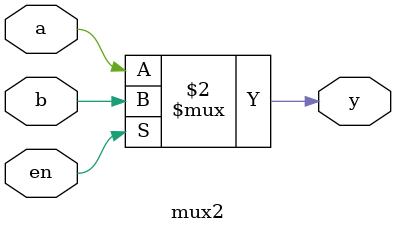
<source format=v>
module mux2(en,a,b,y);//2-to-1 mux 1bit
//set input output
	input en, a,b;
	output y;
	//assign y
	assign y=((en==1'b0)?a:b);
endmodule

</source>
